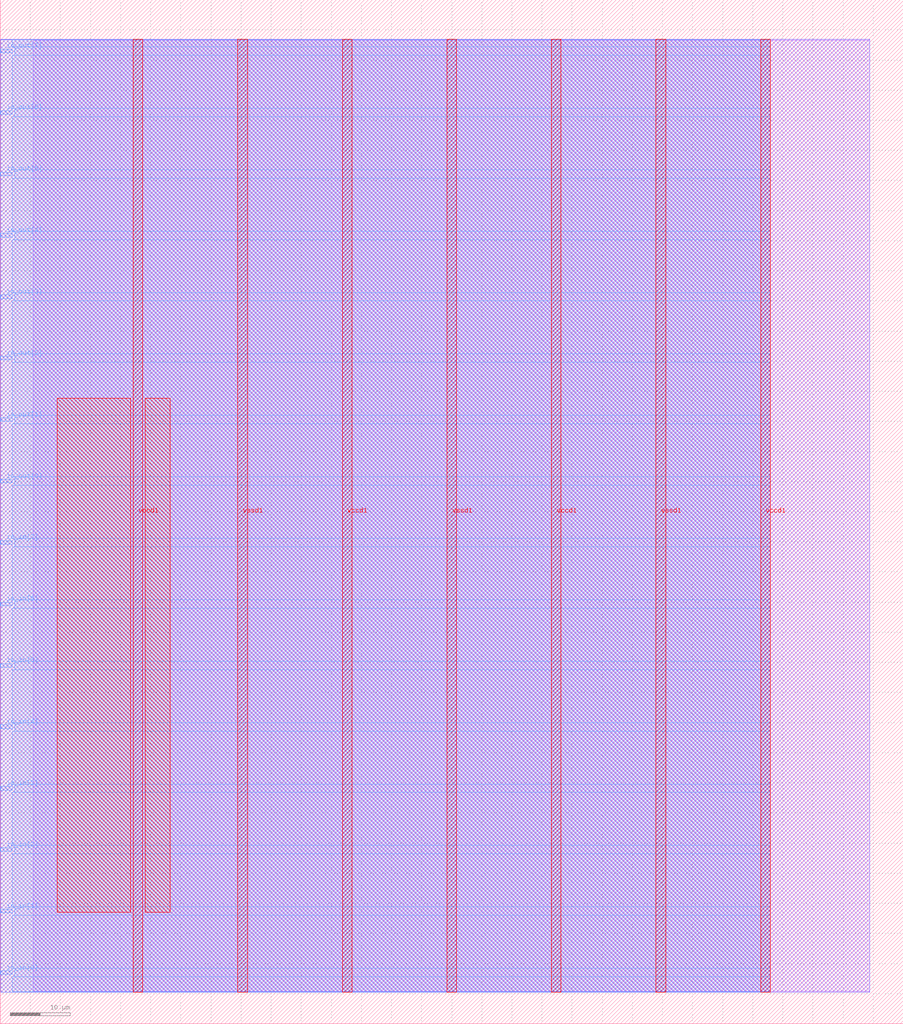
<source format=lef>
VERSION 5.7 ;
  NOWIREEXTENSIONATPIN ON ;
  DIVIDERCHAR "/" ;
  BUSBITCHARS "[]" ;
MACRO user_module_349011320806310484
  CLASS BLOCK ;
  FOREIGN user_module_349011320806310484 ;
  ORIGIN 0.000 0.000 ;
  SIZE 150.000 BY 170.000 ;
  PIN io_in[0]
    DIRECTION INPUT ;
    USE SIGNAL ;
    PORT
      LAYER met3 ;
        RECT 0.000 8.200 2.000 8.800 ;
    END
  END io_in[0]
  PIN io_in[1]
    DIRECTION INPUT ;
    USE SIGNAL ;
    PORT
      LAYER met3 ;
        RECT 0.000 18.400 2.000 19.000 ;
    END
  END io_in[1]
  PIN io_in[2]
    DIRECTION INPUT ;
    USE SIGNAL ;
    PORT
      LAYER met3 ;
        RECT 0.000 28.600 2.000 29.200 ;
    END
  END io_in[2]
  PIN io_in[3]
    DIRECTION INPUT ;
    USE SIGNAL ;
    PORT
      LAYER met3 ;
        RECT 0.000 38.800 2.000 39.400 ;
    END
  END io_in[3]
  PIN io_in[4]
    DIRECTION INPUT ;
    USE SIGNAL ;
    PORT
      LAYER met3 ;
        RECT 0.000 49.000 2.000 49.600 ;
    END
  END io_in[4]
  PIN io_in[5]
    DIRECTION INPUT ;
    USE SIGNAL ;
    PORT
      LAYER met3 ;
        RECT 0.000 59.200 2.000 59.800 ;
    END
  END io_in[5]
  PIN io_in[6]
    DIRECTION INPUT ;
    USE SIGNAL ;
    PORT
      LAYER met3 ;
        RECT 0.000 69.400 2.000 70.000 ;
    END
  END io_in[6]
  PIN io_in[7]
    DIRECTION INPUT ;
    USE SIGNAL ;
    PORT
      LAYER met3 ;
        RECT 0.000 79.600 2.000 80.200 ;
    END
  END io_in[7]
  PIN io_out[0]
    DIRECTION OUTPUT TRISTATE ;
    USE SIGNAL ;
    PORT
      LAYER met3 ;
        RECT 0.000 89.800 2.000 90.400 ;
    END
  END io_out[0]
  PIN io_out[1]
    DIRECTION OUTPUT TRISTATE ;
    USE SIGNAL ;
    PORT
      LAYER met3 ;
        RECT 0.000 100.000 2.000 100.600 ;
    END
  END io_out[1]
  PIN io_out[2]
    DIRECTION OUTPUT TRISTATE ;
    USE SIGNAL ;
    PORT
      LAYER met3 ;
        RECT 0.000 110.200 2.000 110.800 ;
    END
  END io_out[2]
  PIN io_out[3]
    DIRECTION OUTPUT TRISTATE ;
    USE SIGNAL ;
    PORT
      LAYER met3 ;
        RECT 0.000 120.400 2.000 121.000 ;
    END
  END io_out[3]
  PIN io_out[4]
    DIRECTION OUTPUT TRISTATE ;
    USE SIGNAL ;
    PORT
      LAYER met3 ;
        RECT 0.000 130.600 2.000 131.200 ;
    END
  END io_out[4]
  PIN io_out[5]
    DIRECTION OUTPUT TRISTATE ;
    USE SIGNAL ;
    PORT
      LAYER met3 ;
        RECT 0.000 140.800 2.000 141.400 ;
    END
  END io_out[5]
  PIN io_out[6]
    DIRECTION OUTPUT TRISTATE ;
    USE SIGNAL ;
    PORT
      LAYER met3 ;
        RECT 0.000 151.000 2.000 151.600 ;
    END
  END io_out[6]
  PIN io_out[7]
    DIRECTION OUTPUT TRISTATE ;
    USE SIGNAL ;
    PORT
      LAYER met3 ;
        RECT 0.000 161.200 2.000 161.800 ;
    END
  END io_out[7]
  PIN vccd1
    DIRECTION INOUT ;
    USE POWER ;
    PORT
      LAYER met4 ;
        RECT 22.090 5.200 23.690 163.440 ;
    END
    PORT
      LAYER met4 ;
        RECT 56.830 5.200 58.430 163.440 ;
    END
    PORT
      LAYER met4 ;
        RECT 91.570 5.200 93.170 163.440 ;
    END
    PORT
      LAYER met4 ;
        RECT 126.310 5.200 127.910 163.440 ;
    END
  END vccd1
  PIN vssd1
    DIRECTION INOUT ;
    USE GROUND ;
    PORT
      LAYER met4 ;
        RECT 39.460 5.200 41.060 163.440 ;
    END
    PORT
      LAYER met4 ;
        RECT 74.200 5.200 75.800 163.440 ;
    END
    PORT
      LAYER met4 ;
        RECT 108.940 5.200 110.540 163.440 ;
    END
  END vssd1
  OBS
      LAYER li1 ;
        RECT 5.520 5.355 144.440 163.285 ;
      LAYER met1 ;
        RECT 0.070 5.200 144.440 163.440 ;
      LAYER met2 ;
        RECT 0.100 5.255 127.880 163.385 ;
      LAYER met3 ;
        RECT 2.000 162.200 127.900 163.365 ;
        RECT 2.400 160.800 127.900 162.200 ;
        RECT 2.000 152.000 127.900 160.800 ;
        RECT 2.400 150.600 127.900 152.000 ;
        RECT 2.000 141.800 127.900 150.600 ;
        RECT 2.400 140.400 127.900 141.800 ;
        RECT 2.000 131.600 127.900 140.400 ;
        RECT 2.400 130.200 127.900 131.600 ;
        RECT 2.000 121.400 127.900 130.200 ;
        RECT 2.400 120.000 127.900 121.400 ;
        RECT 2.000 111.200 127.900 120.000 ;
        RECT 2.400 109.800 127.900 111.200 ;
        RECT 2.000 101.000 127.900 109.800 ;
        RECT 2.400 99.600 127.900 101.000 ;
        RECT 2.000 90.800 127.900 99.600 ;
        RECT 2.400 89.400 127.900 90.800 ;
        RECT 2.000 80.600 127.900 89.400 ;
        RECT 2.400 79.200 127.900 80.600 ;
        RECT 2.000 70.400 127.900 79.200 ;
        RECT 2.400 69.000 127.900 70.400 ;
        RECT 2.000 60.200 127.900 69.000 ;
        RECT 2.400 58.800 127.900 60.200 ;
        RECT 2.000 50.000 127.900 58.800 ;
        RECT 2.400 48.600 127.900 50.000 ;
        RECT 2.000 39.800 127.900 48.600 ;
        RECT 2.400 38.400 127.900 39.800 ;
        RECT 2.000 29.600 127.900 38.400 ;
        RECT 2.400 28.200 127.900 29.600 ;
        RECT 2.000 19.400 127.900 28.200 ;
        RECT 2.400 18.000 127.900 19.400 ;
        RECT 2.000 9.200 127.900 18.000 ;
        RECT 2.400 7.800 127.900 9.200 ;
        RECT 2.000 5.275 127.900 7.800 ;
      LAYER met4 ;
        RECT 9.495 18.535 21.690 103.865 ;
        RECT 24.090 18.535 28.225 103.865 ;
  END
END user_module_349011320806310484
END LIBRARY


</source>
